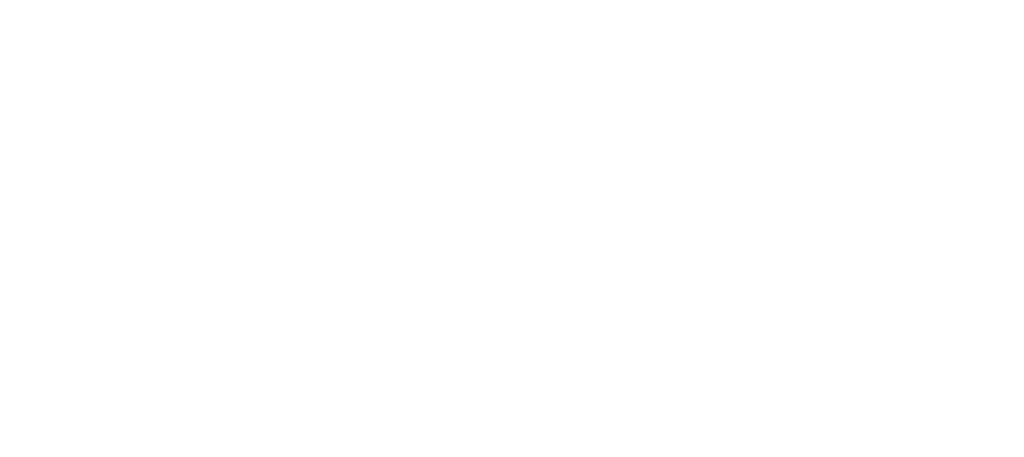
<source format=kicad_pcb>
(kicad_pcb (version 20171130) (host pcbnew "(5.1.2)-1")

  (general
    (thickness 1.6)
    (drawings 25)
    (tracks 0)
    (zones 0)
    (modules 0)
    (nets 1)
  )

  (page A2)
  (title_block
    (title KVT)
    (date 2019-09-18)
    (rev T)
    (company Hybrid)
  )

  (layers
    (0 F.Cu signal)
    (31 B.Cu signal)
    (32 B.Adhes user)
    (33 F.Adhes user)
    (34 B.Paste user)
    (35 F.Paste user)
    (36 B.SilkS user)
    (37 F.SilkS user)
    (38 B.Mask user)
    (39 F.Mask user)
    (40 Dwgs.User user)
    (41 Cmts.User user)
    (42 Eco1.User user)
    (43 Eco2.User user)
    (44 Edge.Cuts user)
    (45 Margin user)
    (46 B.CrtYd user)
    (47 F.CrtYd user)
    (48 B.Fab user)
    (49 F.Fab user)
  )

  (setup
    (last_trace_width 0.25)
    (trace_clearance 0.2)
    (zone_clearance 0.508)
    (zone_45_only no)
    (trace_min 0.2)
    (via_size 0.8)
    (via_drill 0.4)
    (via_min_size 0.4)
    (via_min_drill 0.3)
    (uvia_size 0.3)
    (uvia_drill 0.1)
    (uvias_allowed no)
    (uvia_min_size 0.2)
    (uvia_min_drill 0.1)
    (edge_width 0.05)
    (segment_width 0.2)
    (pcb_text_width 0.3)
    (pcb_text_size 1.5 1.5)
    (mod_edge_width 0.12)
    (mod_text_size 1 1)
    (mod_text_width 0.15)
    (pad_size 3.5 3.5)
    (pad_drill 2.2)
    (pad_to_mask_clearance 0.051)
    (solder_mask_min_width 0.25)
    (aux_axis_origin 0 0)
    (visible_elements 7FFFFF7F)
    (pcbplotparams
      (layerselection 0x010fc_ffffffff)
      (usegerberextensions false)
      (usegerberattributes false)
      (usegerberadvancedattributes false)
      (creategerberjobfile false)
      (excludeedgelayer true)
      (linewidth 0.100000)
      (plotframeref false)
      (viasonmask false)
      (mode 1)
      (useauxorigin false)
      (hpglpennumber 1)
      (hpglpenspeed 20)
      (hpglpendiameter 15.000000)
      (psnegative false)
      (psa4output false)
      (plotreference true)
      (plotvalue true)
      (plotinvisibletext false)
      (padsonsilk false)
      (subtractmaskfromsilk false)
      (outputformat 1)
      (mirror false)
      (drillshape 1)
      (scaleselection 1)
      (outputdirectory ""))
  )

  (net 0 "")

  (net_class Default "This is the default net class."
    (clearance 0.2)
    (trace_width 0.25)
    (via_dia 0.8)
    (via_drill 0.4)
    (uvia_dia 0.3)
    (uvia_drill 0.1)
  )

  (gr_text "Front of the backplate the side that is facing the bottom of the pcb. \n\nThe thickness of the outline is .015 so zoom in \n\nDelete text when done" (at 299.2247 200.1139) (layer B.Fab)
    (effects (font (size 6 6) (thickness 0.5)))
  )
  (gr_arc (start 76.71184 147.27844) (end 74.49634 147.27844) (angle -90) (layer B.Fab) (width 0.015) (tstamp 5E0BFA25))
  (gr_circle (center 291.21609 32.59444) (end 292.41609 32.59444) (layer B.Fab) (width 0.015) (tstamp 5E090CBC))
  (gr_circle (center 291.21609 147.27844) (end 292.41609 147.27844) (layer B.Fab) (width 0.015) (tstamp 5E090CBC))
  (gr_circle (center 253.24054 71.17334) (end 254.44054 71.17334) (layer B.Fab) (width 0.015) (tstamp 5E090CBC))
  (gr_circle (center 353.20986 108.77296) (end 354.40986 108.77296) (layer B.Fab) (width 0.015) (tstamp 5E090CBC))
  (gr_circle (center 398.468215 147.27844) (end 399.668215 147.27844) (layer B.Fab) (width 0.015) (tstamp 5E090CBC))
  (gr_circle (center 398.468215 32.59444) (end 399.668215 32.59444) (layer B.Fab) (width 0.015) (tstamp 5E090CBC))
  (gr_circle (center 183.963965 32.59444) (end 185.163965 32.59444) (layer B.Fab) (width 0.015) (tstamp 5E090CBC))
  (gr_circle (center 183.963965 147.27844) (end 185.163965 147.27844) (layer B.Fab) (width 0.015) (tstamp 5E090CBC))
  (gr_circle (center 76.71184 147.27844) (end 77.91184 147.27844) (layer B.Fab) (width 0.015) (tstamp 5E090CBC))
  (gr_circle (center 143.33474 108.92536) (end 144.53474 108.92536) (layer B.Fab) (width 0.015) (tstamp 5E090CBC))
  (gr_circle (center 505.72034 32.59444) (end 506.92034 32.59444) (layer B.Fab) (width 0.015) (tstamp 5E090CBC))
  (gr_circle (center 467.43366 70.8914) (end 468.63366 70.8914) (layer B.Fab) (width 0.015) (tstamp 5E090CBC))
  (gr_circle (center 505.72034 147.27844) (end 506.92034 147.27844) (layer B.Fab) (width 0.015) (tstamp 5E090CBC))
  (gr_circle (center 505.72034 89.93644) (end 506.92034 89.93644) (layer B.Fab) (width 0.015) (tstamp 5E090CBC))
  (gr_circle (center 76.71184 89.93644) (end 77.91184 89.93644) (layer B.Fab) (width 0.015) (tstamp 5E090CBC))
  (gr_line (start 76.71184 149.49394) (end 505.72034 149.49394) (layer B.Fab) (width 0.015) (tstamp 5DFBB5E8))
  (gr_line (start 507.93584 32.59444) (end 507.93584 147.27844) (layer B.Fab) (width 0.015) (tstamp 5DFBB5DF))
  (gr_arc (start 505.72034 147.27844) (end 505.72034 149.49394) (angle -90) (layer B.Fab) (width 0.015) (tstamp 5DFBB5DE))
  (gr_arc (start 505.72034 32.59444) (end 507.93584 32.59444) (angle -90) (layer B.Fab) (width 0.015) (tstamp 5DFBB5D5))
  (gr_arc (start 76.71184 32.59444) (end 76.71184 30.37894) (angle -90) (layer B.Fab) (width 0.015))
  (gr_line (start 76.71184 30.37894) (end 505.72034 30.37894) (layer B.Fab) (width 0.015) (tstamp 5DFBB588))
  (gr_line (start 74.49634 147.27844) (end 74.49634 32.59444) (layer B.Fab) (width 0.015) (tstamp 5DFBB472))
  (gr_circle (center 76.71184 32.59444) (end 77.91184 32.59444) (layer B.Fab) (width 0.015))

)

</source>
